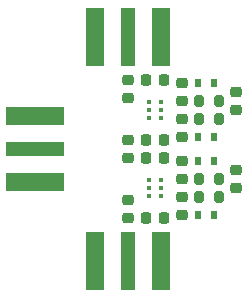
<source format=gtp>
G04 #@! TF.GenerationSoftware,KiCad,Pcbnew,(6.0.9)*
G04 #@! TF.CreationDate,2022-12-03T14:04:53+01:00*
G04 #@! TF.ProjectId,rf_phase_shifter_2_45GHz,72665f70-6861-4736-955f-736869667465,1.0.0*
G04 #@! TF.SameCoordinates,Original*
G04 #@! TF.FileFunction,Paste,Top*
G04 #@! TF.FilePolarity,Positive*
%FSLAX46Y46*%
G04 Gerber Fmt 4.6, Leading zero omitted, Abs format (unit mm)*
G04 Created by KiCad (PCBNEW (6.0.9)) date 2022-12-03 14:04:53*
%MOMM*%
%LPD*%
G01*
G04 APERTURE LIST*
G04 Aperture macros list*
%AMRoundRect*
0 Rectangle with rounded corners*
0 $1 Rounding radius*
0 $2 $3 $4 $5 $6 $7 $8 $9 X,Y pos of 4 corners*
0 Add a 4 corners polygon primitive as box body*
4,1,4,$2,$3,$4,$5,$6,$7,$8,$9,$2,$3,0*
0 Add four circle primitives for the rounded corners*
1,1,$1+$1,$2,$3*
1,1,$1+$1,$4,$5*
1,1,$1+$1,$6,$7*
1,1,$1+$1,$8,$9*
0 Add four rect primitives between the rounded corners*
20,1,$1+$1,$2,$3,$4,$5,0*
20,1,$1+$1,$4,$5,$6,$7,0*
20,1,$1+$1,$6,$7,$8,$9,0*
20,1,$1+$1,$8,$9,$2,$3,0*%
G04 Aperture macros list end*
%ADD10RoundRect,0.225000X0.250000X-0.225000X0.250000X0.225000X-0.250000X0.225000X-0.250000X-0.225000X0*%
%ADD11R,0.330000X0.350000*%
%ADD12R,1.200000X5.000000*%
%ADD13R,1.600000X5.000000*%
%ADD14R,0.600000X0.700000*%
%ADD15R,5.000000X1.200000*%
%ADD16R,5.000000X1.600000*%
%ADD17RoundRect,0.225000X0.225000X0.250000X-0.225000X0.250000X-0.225000X-0.250000X0.225000X-0.250000X0*%
%ADD18RoundRect,0.200000X-0.200000X-0.275000X0.200000X-0.275000X0.200000X0.275000X-0.200000X0.275000X0*%
%ADD19RoundRect,0.218750X-0.256250X0.218750X-0.256250X-0.218750X0.256250X-0.218750X0.256250X0.218750X0*%
%ADD20RoundRect,0.218750X0.256250X-0.218750X0.256250X0.218750X-0.256250X0.218750X-0.256250X-0.218750X0*%
G04 APERTURE END LIST*
D10*
X84455000Y-52845000D03*
X84455000Y-51295000D03*
D11*
X86246000Y-53198000D03*
X86246000Y-53848000D03*
X86246000Y-54498000D03*
X87236000Y-54498000D03*
X87236000Y-53848000D03*
X87236000Y-53198000D03*
D10*
X84455000Y-63005000D03*
X84455000Y-61455000D03*
D12*
X84455000Y-66654000D03*
D13*
X81685000Y-66654000D03*
X87225000Y-66654000D03*
D12*
X84455000Y-47646000D03*
D13*
X87225000Y-47646000D03*
X81685000Y-47646000D03*
D14*
X90359000Y-56134000D03*
X91759000Y-56134000D03*
D15*
X76602000Y-57150000D03*
D16*
X76602000Y-54380000D03*
X76602000Y-59920000D03*
D17*
X87516000Y-57912000D03*
X85966000Y-57912000D03*
X87516000Y-51308000D03*
X85966000Y-51308000D03*
X87516000Y-62992000D03*
X85966000Y-62992000D03*
D14*
X90359000Y-62738000D03*
X91759000Y-62738000D03*
D18*
X90488000Y-59690000D03*
X92138000Y-59690000D03*
X90488000Y-53086000D03*
X92138000Y-53086000D03*
D19*
X89027000Y-61188500D03*
X89027000Y-62763500D03*
D17*
X87516000Y-56388000D03*
X85966000Y-56388000D03*
D10*
X93599000Y-53861000D03*
X93599000Y-52311000D03*
X84455000Y-57925000D03*
X84455000Y-56375000D03*
D14*
X90359000Y-58166000D03*
X91759000Y-58166000D03*
X90359000Y-51562000D03*
X91759000Y-51562000D03*
D20*
X89027000Y-59715500D03*
X89027000Y-58140500D03*
D19*
X89027000Y-54584500D03*
X89027000Y-56159500D03*
D11*
X86246000Y-59802000D03*
X86246000Y-60452000D03*
X86246000Y-61102000D03*
X87236000Y-61102000D03*
X87236000Y-60452000D03*
X87236000Y-59802000D03*
D18*
X90488000Y-54610000D03*
X92138000Y-54610000D03*
D20*
X89027000Y-53111500D03*
X89027000Y-51536500D03*
D10*
X93599000Y-60465000D03*
X93599000Y-58915000D03*
D18*
X90488000Y-61214000D03*
X92138000Y-61214000D03*
M02*

</source>
